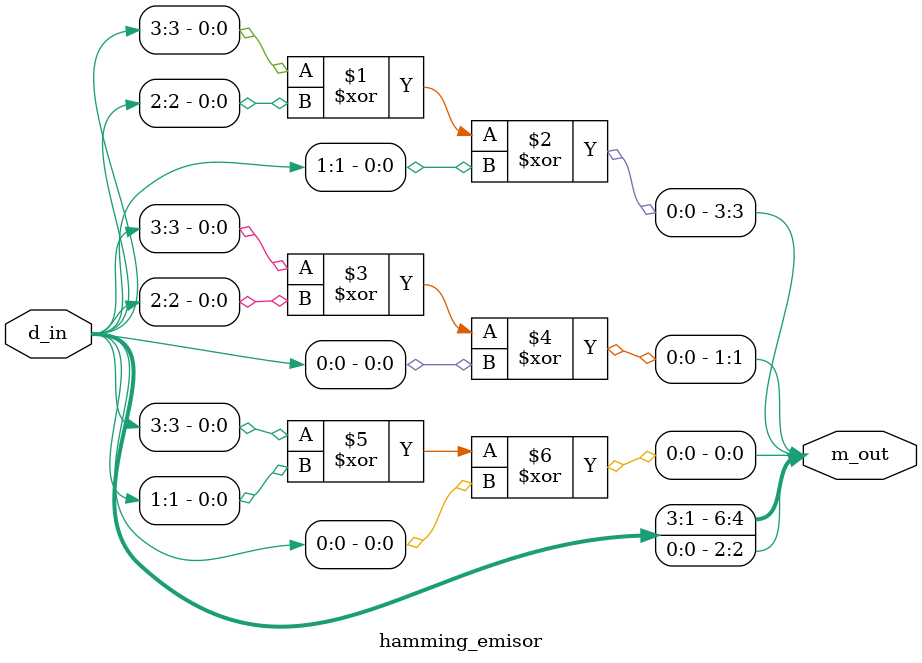
<source format=v>
module hamming_emisor (
    input wire [3:0] d_in,
    output wire [6:0] m_out
);

    // Primero coloco los bits del mensaje en su posicion
    assign m_out[6] = d_in[3];
    assign m_out[5] = d_in[2];
    assign m_out[4] = d_in[1];
    assign m_out[2] = d_in[0];
    
    // Ahora calculo los bits de paridad
    assign m_out[3] = d_in[3] ^ d_in[2] ^ d_in[1]; // P2
    assign m_out[1] = d_in[3] ^ d_in[2] ^ d_in[0]; // P1
    assign m_out[0] = d_in[3] ^ d_in[1] ^ d_in[0]; // P0
    
endmodule
</source>
